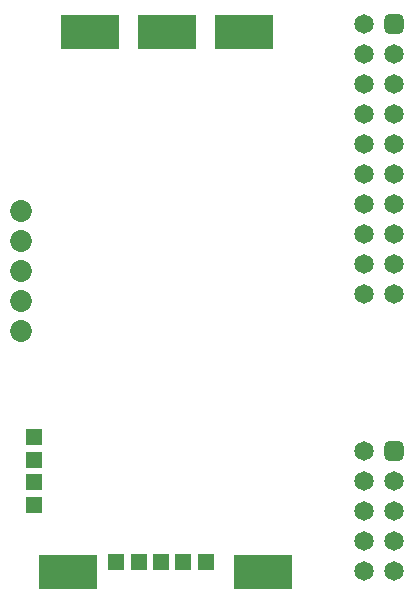
<source format=gts>
%TF.GenerationSoftware,KiCad,Pcbnew,8.0.6*%
%TF.CreationDate,2024-11-04T19:51:36+01:00*%
%TF.ProjectId,Motor_Driver_carrier_board,4d6f746f-725f-4447-9269-7665725f6361,rev?*%
%TF.SameCoordinates,Original*%
%TF.FileFunction,Soldermask,Top*%
%TF.FilePolarity,Negative*%
%FSLAX46Y46*%
G04 Gerber Fmt 4.6, Leading zero omitted, Abs format (unit mm)*
G04 Created by KiCad (PCBNEW 8.0.6) date 2024-11-04 19:51:36*
%MOMM*%
%LPD*%
G01*
G04 APERTURE LIST*
G04 Aperture macros list*
%AMRoundRect*
0 Rectangle with rounded corners*
0 $1 Rounding radius*
0 $2 $3 $4 $5 $6 $7 $8 $9 X,Y pos of 4 corners*
0 Add a 4 corners polygon primitive as box body*
4,1,4,$2,$3,$4,$5,$6,$7,$8,$9,$2,$3,0*
0 Add four circle primitives for the rounded corners*
1,1,$1+$1,$2,$3*
1,1,$1+$1,$4,$5*
1,1,$1+$1,$6,$7*
1,1,$1+$1,$8,$9*
0 Add four rect primitives between the rounded corners*
20,1,$1+$1,$2,$3,$4,$5,0*
20,1,$1+$1,$4,$5,$6,$7,0*
20,1,$1+$1,$6,$7,$8,$9,0*
20,1,$1+$1,$8,$9,$2,$3,0*%
G04 Aperture macros list end*
%ADD10R,5.000000X3.000000*%
%ADD11C,1.853200*%
%ADD12R,1.400000X1.400000*%
%ADD13RoundRect,0.412500X0.412500X-0.412500X0.412500X0.412500X-0.412500X0.412500X-0.412500X-0.412500X0*%
%ADD14C,1.650000*%
G04 APERTURE END LIST*
D10*
%TO.C,OUT1*%
X127675000Y-46950000D03*
%TD*%
D11*
%TO.C,J3*%
X121800000Y-62120000D03*
X121800000Y-64660000D03*
X121800000Y-67200000D03*
X121800000Y-69740000D03*
X121800000Y-72280000D03*
%TD*%
D12*
%TO.C,5V*%
X129875000Y-91875000D03*
%TD*%
%TO.C,GND*%
X137475000Y-91875000D03*
%TD*%
D10*
%TO.C,+24V*%
X142300000Y-92700000D03*
%TD*%
%TO.C,-24V*%
X125800000Y-92700000D03*
%TD*%
%TO.C,OUT3*%
X140675000Y-46950000D03*
%TD*%
%TO.C,OUT2*%
X134175000Y-46950000D03*
%TD*%
D12*
%TO.C,PWM*%
X135575000Y-91875000D03*
%TD*%
D13*
%TO.C,P2*%
X153375000Y-46350000D03*
D14*
X150835000Y-46350000D03*
X153375000Y-48890000D03*
X150835000Y-48890000D03*
X153375000Y-51430000D03*
X150835000Y-51430000D03*
X153375000Y-53970000D03*
X150835000Y-53970000D03*
X153375000Y-56510000D03*
X150835000Y-56510000D03*
X153375000Y-59050000D03*
X150835000Y-59050000D03*
X153375000Y-61590000D03*
X150835000Y-61590000D03*
X153375000Y-64130000D03*
X150835000Y-64130000D03*
X153375000Y-66670000D03*
X150835000Y-66670000D03*
X153375000Y-69210000D03*
X150835000Y-69210000D03*
D13*
X153375000Y-82450000D03*
D14*
X150835000Y-82450000D03*
X153375000Y-84990000D03*
X150835000Y-84990000D03*
X153375000Y-87530000D03*
X150835000Y-87530000D03*
X153375000Y-90070000D03*
X150835000Y-90070000D03*
X153375000Y-92610000D03*
X150835000Y-92610000D03*
%TD*%
D12*
%TO.C,SWDIO*%
X122900000Y-81300000D03*
%TD*%
%TO.C,TX*%
X131775000Y-91875000D03*
%TD*%
%TO.C,GND*%
X122900000Y-87000000D03*
%TD*%
%TO.C,SWCLK*%
X122900000Y-83200000D03*
%TD*%
%TO.C,+3.3V*%
X122900000Y-85100000D03*
%TD*%
%TO.C,RX*%
X133675000Y-91875000D03*
%TD*%
M02*

</source>
